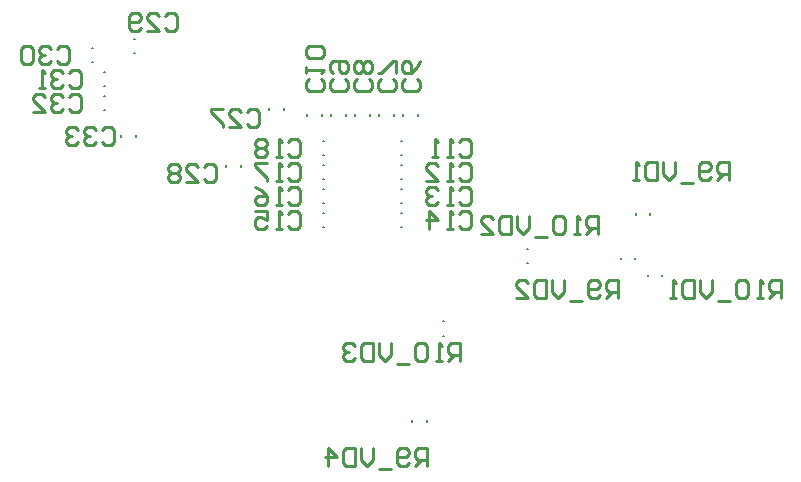
<source format=gbo>
G04*
G04 #@! TF.GenerationSoftware,Altium Limited,Altium Designer,19.0.15 (446)*
G04*
G04 Layer_Color=32896*
%FSLAX25Y25*%
%MOIN*%
G70*
G01*
G75*
%ADD11C,0.01000*%
%ADD15C,0.00787*%
D11*
X154500Y367126D02*
Y373124D01*
X151501D01*
X150501Y372124D01*
Y370125D01*
X151501Y369125D01*
X154500D01*
X152501D02*
X150501Y367126D01*
X148502D02*
X146503D01*
X147502D01*
Y373124D01*
X148502Y372124D01*
X143504D02*
X142504Y373124D01*
X140505D01*
X139505Y372124D01*
Y368126D01*
X140505Y367126D01*
X142504D01*
X143504Y368126D01*
Y372124D01*
X137505Y366126D02*
X133507D01*
X131507Y373124D02*
Y369125D01*
X129508Y367126D01*
X127509Y369125D01*
Y373124D01*
X125509D02*
Y367126D01*
X122510D01*
X121511Y368126D01*
Y372124D01*
X122510Y373124D01*
X125509D01*
X119511Y372124D02*
X118512Y373124D01*
X116512D01*
X115513Y372124D01*
Y371125D01*
X116512Y370125D01*
X117512D01*
X116512D01*
X115513Y369125D01*
Y368126D01*
X116512Y367126D01*
X118512D01*
X119511Y368126D01*
X200500Y409467D02*
Y415465D01*
X197501D01*
X196501Y414465D01*
Y412466D01*
X197501Y411466D01*
X200500D01*
X198501D02*
X196501Y409467D01*
X194502D02*
X192503D01*
X193502D01*
Y415465D01*
X194502Y414465D01*
X189504D02*
X188504Y415465D01*
X186504D01*
X185505Y414465D01*
Y410467D01*
X186504Y409467D01*
X188504D01*
X189504Y410467D01*
Y414465D01*
X183505Y408467D02*
X179507D01*
X177507Y415465D02*
Y411466D01*
X175508Y409467D01*
X173509Y411466D01*
Y415465D01*
X171509D02*
Y409467D01*
X168510D01*
X167511Y410467D01*
Y414465D01*
X168510Y415465D01*
X171509D01*
X161513Y409467D02*
X165511D01*
X161513Y413466D01*
Y414465D01*
X162512Y415465D01*
X164512D01*
X165511Y414465D01*
X261321Y388000D02*
Y393998D01*
X258322D01*
X257323Y392998D01*
Y390999D01*
X258322Y389999D01*
X261321D01*
X259322D02*
X257323Y388000D01*
X255323D02*
X253324D01*
X254324D01*
Y393998D01*
X255323Y392998D01*
X250325D02*
X249325Y393998D01*
X247326D01*
X246326Y392998D01*
Y389000D01*
X247326Y388000D01*
X249325D01*
X250325Y389000D01*
Y392998D01*
X244327Y387000D02*
X240328D01*
X238329Y393998D02*
Y389999D01*
X236329Y388000D01*
X234330Y389999D01*
Y393998D01*
X232331D02*
Y388000D01*
X229332D01*
X228332Y389000D01*
Y392998D01*
X229332Y393998D01*
X232331D01*
X226333Y388000D02*
X224333D01*
X225333D01*
Y393998D01*
X226333Y392998D01*
X143500Y332000D02*
Y337998D01*
X140501D01*
X139501Y336998D01*
Y334999D01*
X140501Y333999D01*
X143500D01*
X141501D02*
X139501Y332000D01*
X137502Y333000D02*
X136502Y332000D01*
X134503D01*
X133503Y333000D01*
Y336998D01*
X134503Y337998D01*
X136502D01*
X137502Y336998D01*
Y335999D01*
X136502Y334999D01*
X133503D01*
X131504Y331000D02*
X127505D01*
X125506Y337998D02*
Y333999D01*
X123506Y332000D01*
X121507Y333999D01*
Y337998D01*
X119508D02*
Y332000D01*
X116509D01*
X115509Y333000D01*
Y336998D01*
X116509Y337998D01*
X119508D01*
X110511Y332000D02*
Y337998D01*
X113510Y334999D01*
X109511D01*
X207000Y388000D02*
Y393998D01*
X204001D01*
X203001Y392998D01*
Y390999D01*
X204001Y389999D01*
X207000D01*
X205001D02*
X203001Y388000D01*
X201002Y389000D02*
X200002Y388000D01*
X198003D01*
X197003Y389000D01*
Y392998D01*
X198003Y393998D01*
X200002D01*
X201002Y392998D01*
Y391999D01*
X200002Y390999D01*
X197003D01*
X195004Y387000D02*
X191005D01*
X189006Y393998D02*
Y389999D01*
X187006Y388000D01*
X185007Y389999D01*
Y393998D01*
X183008D02*
Y388000D01*
X180009D01*
X179009Y389000D01*
Y392998D01*
X180009Y393998D01*
X183008D01*
X173011Y388000D02*
X177010D01*
X173011Y391999D01*
Y392998D01*
X174011Y393998D01*
X176010D01*
X177010Y392998D01*
X244000Y427500D02*
Y433498D01*
X241001D01*
X240001Y432498D01*
Y430499D01*
X241001Y429499D01*
X244000D01*
X242001D02*
X240001Y427500D01*
X238002Y428500D02*
X237002Y427500D01*
X235003D01*
X234003Y428500D01*
Y432498D01*
X235003Y433498D01*
X237002D01*
X238002Y432498D01*
Y431499D01*
X237002Y430499D01*
X234003D01*
X232004Y426500D02*
X228005D01*
X226006Y433498D02*
Y429499D01*
X224007Y427500D01*
X222007Y429499D01*
Y433498D01*
X220008D02*
Y427500D01*
X217009D01*
X216009Y428500D01*
Y432498D01*
X217009Y433498D01*
X220008D01*
X214010Y427500D02*
X212010D01*
X213010D01*
Y433498D01*
X214010Y432498D01*
X35001Y443998D02*
X36001Y444998D01*
X38000D01*
X39000Y443998D01*
Y440000D01*
X38000Y439000D01*
X36001D01*
X35001Y440000D01*
X33002Y443998D02*
X32002Y444998D01*
X30003D01*
X29003Y443998D01*
Y442999D01*
X30003Y441999D01*
X31003D01*
X30003D01*
X29003Y440999D01*
Y440000D01*
X30003Y439000D01*
X32002D01*
X33002Y440000D01*
X27004Y443998D02*
X26004Y444998D01*
X24005D01*
X23005Y443998D01*
Y442999D01*
X24005Y441999D01*
X25005D01*
X24005D01*
X23005Y440999D01*
Y440000D01*
X24005Y439000D01*
X26004D01*
X27004Y440000D01*
X24001Y454998D02*
X25001Y455998D01*
X27000D01*
X28000Y454998D01*
Y451000D01*
X27000Y450000D01*
X25001D01*
X24001Y451000D01*
X22002Y454998D02*
X21002Y455998D01*
X19003D01*
X18003Y454998D01*
Y453999D01*
X19003Y452999D01*
X20003D01*
X19003D01*
X18003Y451999D01*
Y451000D01*
X19003Y450000D01*
X21002D01*
X22002Y451000D01*
X12005Y450000D02*
X16004D01*
X12005Y453999D01*
Y454998D01*
X13005Y455998D01*
X15004D01*
X16004Y454998D01*
X24001Y462998D02*
X25001Y463998D01*
X27000D01*
X28000Y462998D01*
Y459000D01*
X27000Y458000D01*
X25001D01*
X24001Y459000D01*
X22002Y462998D02*
X21002Y463998D01*
X19003D01*
X18003Y462998D01*
Y461999D01*
X19003Y460999D01*
X20003D01*
X19003D01*
X18003Y459999D01*
Y459000D01*
X19003Y458000D01*
X21002D01*
X22002Y459000D01*
X16004Y458000D02*
X14005D01*
X15004D01*
Y463998D01*
X16004Y462998D01*
X20001Y470998D02*
X21001Y471998D01*
X23000D01*
X24000Y470998D01*
Y467000D01*
X23000Y466000D01*
X21001D01*
X20001Y467000D01*
X18002Y470998D02*
X17002Y471998D01*
X15003D01*
X14003Y470998D01*
Y469999D01*
X15003Y468999D01*
X16003D01*
X15003D01*
X14003Y467999D01*
Y467000D01*
X15003Y466000D01*
X17002D01*
X18002Y467000D01*
X12004Y470998D02*
X11004Y471998D01*
X9005D01*
X8005Y470998D01*
Y467000D01*
X9005Y466000D01*
X11004D01*
X12004Y467000D01*
Y470998D01*
X56001Y481998D02*
X57001Y482998D01*
X59000D01*
X60000Y481998D01*
Y478000D01*
X59000Y477000D01*
X57001D01*
X56001Y478000D01*
X50003Y477000D02*
X54002D01*
X50003Y480999D01*
Y481998D01*
X51003Y482998D01*
X53002D01*
X54002Y481998D01*
X48004Y478000D02*
X47004Y477000D01*
X45005D01*
X44005Y478000D01*
Y481998D01*
X45005Y482998D01*
X47004D01*
X48004Y481998D01*
Y480999D01*
X47004Y479999D01*
X44005D01*
X69001Y431621D02*
X70001Y432620D01*
X72000D01*
X73000Y431621D01*
Y427622D01*
X72000Y426622D01*
X70001D01*
X69001Y427622D01*
X63003Y426622D02*
X67002D01*
X63003Y430621D01*
Y431621D01*
X64003Y432620D01*
X66002D01*
X67002Y431621D01*
X61004D02*
X60004Y432620D01*
X58005D01*
X57005Y431621D01*
Y430621D01*
X58005Y429621D01*
X57005Y428621D01*
Y427622D01*
X58005Y426622D01*
X60004D01*
X61004Y427622D01*
Y428621D01*
X60004Y429621D01*
X61004Y430621D01*
Y431621D01*
X60004Y429621D02*
X58005D01*
X83411Y449998D02*
X84411Y450998D01*
X86410D01*
X87410Y449998D01*
Y446000D01*
X86410Y445000D01*
X84411D01*
X83411Y446000D01*
X77413Y445000D02*
X81411D01*
X77413Y448999D01*
Y449998D01*
X78412Y450998D01*
X80412D01*
X81411Y449998D01*
X75413Y450998D02*
X71415D01*
Y449998D01*
X75413Y446000D01*
Y445000D01*
X97001Y439998D02*
X98001Y440998D01*
X100000D01*
X101000Y439998D01*
Y436000D01*
X100000Y435000D01*
X98001D01*
X97001Y436000D01*
X95002Y435000D02*
X93003D01*
X94002D01*
Y440998D01*
X95002Y439998D01*
X90004D02*
X89004Y440998D01*
X87005D01*
X86005Y439998D01*
Y438999D01*
X87005Y437999D01*
X86005Y436999D01*
Y436000D01*
X87005Y435000D01*
X89004D01*
X90004Y436000D01*
Y436999D01*
X89004Y437999D01*
X90004Y438999D01*
Y439998D01*
X89004Y437999D02*
X87005D01*
X97001Y431998D02*
X98001Y432998D01*
X100000D01*
X101000Y431998D01*
Y428000D01*
X100000Y427000D01*
X98001D01*
X97001Y428000D01*
X95002Y427000D02*
X93003D01*
X94002D01*
Y432998D01*
X95002Y431998D01*
X90004Y432998D02*
X86005D01*
Y431998D01*
X90004Y428000D01*
Y427000D01*
X97001Y423998D02*
X98001Y424998D01*
X100000D01*
X101000Y423998D01*
Y420000D01*
X100000Y419000D01*
X98001D01*
X97001Y420000D01*
X95002Y419000D02*
X93003D01*
X94002D01*
Y424998D01*
X95002Y423998D01*
X86005Y424998D02*
X88004Y423998D01*
X90004Y421999D01*
Y420000D01*
X89004Y419000D01*
X87005D01*
X86005Y420000D01*
Y420999D01*
X87005Y421999D01*
X90004D01*
X97001Y415998D02*
X98001Y416998D01*
X100000D01*
X101000Y415998D01*
Y412000D01*
X100000Y411000D01*
X98001D01*
X97001Y412000D01*
X95002Y411000D02*
X93003D01*
X94002D01*
Y416998D01*
X95002Y415998D01*
X86005Y416998D02*
X90004D01*
Y413999D01*
X88004Y414999D01*
X87005D01*
X86005Y413999D01*
Y412000D01*
X87005Y411000D01*
X89004D01*
X90004Y412000D01*
X154001Y415998D02*
X155001Y416998D01*
X157000D01*
X158000Y415998D01*
Y412000D01*
X157000Y411000D01*
X155001D01*
X154001Y412000D01*
X152002Y411000D02*
X150003D01*
X151002D01*
Y416998D01*
X152002Y415998D01*
X144004Y411000D02*
Y416998D01*
X147004Y413999D01*
X143005D01*
X154001Y423998D02*
X155001Y424998D01*
X157000D01*
X158000Y423998D01*
Y420000D01*
X157000Y419000D01*
X155001D01*
X154001Y420000D01*
X152002Y419000D02*
X150003D01*
X151002D01*
Y424998D01*
X152002Y423998D01*
X147004D02*
X146004Y424998D01*
X144004D01*
X143005Y423998D01*
Y422999D01*
X144004Y421999D01*
X145004D01*
X144004D01*
X143005Y420999D01*
Y420000D01*
X144004Y419000D01*
X146004D01*
X147004Y420000D01*
X154001Y431998D02*
X155001Y432998D01*
X157000D01*
X158000Y431998D01*
Y428000D01*
X157000Y427000D01*
X155001D01*
X154001Y428000D01*
X152002Y427000D02*
X150003D01*
X151002D01*
Y432998D01*
X152002Y431998D01*
X143005Y427000D02*
X147004D01*
X143005Y430999D01*
Y431998D01*
X144004Y432998D01*
X146004D01*
X147004Y431998D01*
X154001Y439998D02*
X155001Y440998D01*
X157000D01*
X158000Y439998D01*
Y436000D01*
X157000Y435000D01*
X155001D01*
X154001Y436000D01*
X152002Y435000D02*
X150003D01*
X151002D01*
Y440998D01*
X152002Y439998D01*
X147004Y435000D02*
X145004D01*
X146004D01*
Y440998D01*
X147004Y439998D01*
X107998Y460999D02*
X108998Y459999D01*
Y458000D01*
X107998Y457000D01*
X104000D01*
X103000Y458000D01*
Y459999D01*
X104000Y460999D01*
X103000Y462998D02*
Y464997D01*
Y463998D01*
X108998D01*
X107998Y462998D01*
Y467996D02*
X108998Y468996D01*
Y470996D01*
X107998Y471995D01*
X104000D01*
X103000Y470996D01*
Y468996D01*
X104000Y467996D01*
X107998D01*
X115998Y460999D02*
X116998Y459999D01*
Y458000D01*
X115998Y457000D01*
X112000D01*
X111000Y458000D01*
Y459999D01*
X112000Y460999D01*
Y462998D02*
X111000Y463998D01*
Y465997D01*
X112000Y466997D01*
X115998D01*
X116998Y465997D01*
Y463998D01*
X115998Y462998D01*
X114999D01*
X113999Y463998D01*
Y466997D01*
X123998Y460999D02*
X124998Y459999D01*
Y458000D01*
X123998Y457000D01*
X120000D01*
X119000Y458000D01*
Y459999D01*
X120000Y460999D01*
X123998Y462998D02*
X124998Y463998D01*
Y465997D01*
X123998Y466997D01*
X122999D01*
X121999Y465997D01*
X120999Y466997D01*
X120000D01*
X119000Y465997D01*
Y463998D01*
X120000Y462998D01*
X120999D01*
X121999Y463998D01*
X122999Y462998D01*
X123998D01*
X121999Y463998D02*
Y465997D01*
X131998Y460999D02*
X132998Y459999D01*
Y458000D01*
X131998Y457000D01*
X128000D01*
X127000Y458000D01*
Y459999D01*
X128000Y460999D01*
X132998Y462998D02*
Y466997D01*
X131998D01*
X128000Y462998D01*
X127000D01*
X139998Y460999D02*
X140998Y459999D01*
Y458000D01*
X139998Y457000D01*
X136000D01*
X135000Y458000D01*
Y459999D01*
X136000Y460999D01*
X140998Y466997D02*
X139998Y464997D01*
X137999Y462998D01*
X136000D01*
X135000Y463998D01*
Y465997D01*
X136000Y466997D01*
X136999D01*
X137999Y465997D01*
Y462998D01*
D15*
X176803Y404362D02*
X177197D01*
X176803Y399638D02*
X177197D01*
X217862Y415803D02*
Y416197D01*
X213138Y415803D02*
Y416197D01*
X217138Y395303D02*
Y395697D01*
X221862Y395303D02*
Y395697D01*
X212862Y401079D02*
Y401472D01*
X208138Y401079D02*
Y401472D01*
X138638Y346803D02*
Y347197D01*
X143362Y346803D02*
Y347197D01*
X148803Y375488D02*
X149197D01*
X148803Y380213D02*
X149197D01*
X45803Y474461D02*
X46197D01*
X45803Y469539D02*
X46197D01*
X31803Y471461D02*
X32197D01*
X31803Y466539D02*
X32197D01*
X35803Y463461D02*
X36197D01*
X35803Y458539D02*
X36197D01*
X35803Y455461D02*
X36197D01*
X35803Y450539D02*
X36197D01*
X41539Y441803D02*
Y442197D01*
X46461Y441803D02*
Y442197D01*
X95870Y450803D02*
Y451197D01*
X90949Y450803D02*
Y451197D01*
X76539Y431803D02*
Y432197D01*
X81461Y431803D02*
Y432197D01*
X108803Y435539D02*
X109197D01*
X108803Y440461D02*
X109197D01*
X108803Y427539D02*
X109197D01*
X108803Y432461D02*
X109197D01*
X108803Y419539D02*
X109197D01*
X108803Y424461D02*
X109197D01*
X108803Y411539D02*
X109197D01*
X108803Y416461D02*
X109197D01*
X134803Y416461D02*
X135197D01*
X134803Y411539D02*
X135197D01*
X134803Y424461D02*
X135197D01*
X134803Y419539D02*
X135197D01*
X134803Y432461D02*
X135197D01*
X134803Y427539D02*
X135197D01*
X135539Y448803D02*
Y449197D01*
X140461Y448803D02*
Y449197D01*
X127539Y448803D02*
Y449197D01*
X132461Y448803D02*
Y449197D01*
X119539Y448803D02*
Y449197D01*
X124461Y448803D02*
Y449197D01*
X111539Y448803D02*
Y449197D01*
X116461Y448803D02*
Y449197D01*
X103539Y448803D02*
Y449197D01*
X108461Y448803D02*
Y449197D01*
X134803Y440461D02*
X135197D01*
X134803Y435539D02*
X135197D01*
M02*

</source>
